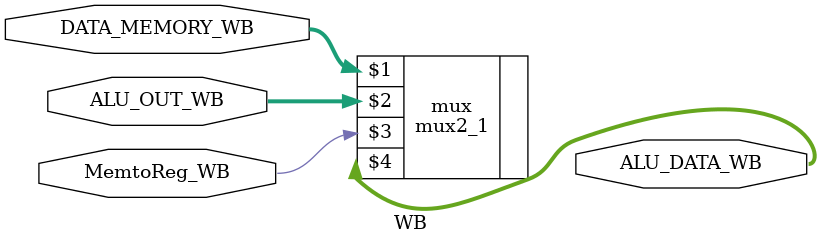
<source format=v>
`timescale 1ns / 1ps

module WB(
    input [31:0] DATA_MEMORY_WB,
    input [31:0] ALU_OUT_WB,
    input MemtoReg_WB,
    output [31:0] ALU_DATA_WB
    );
    mux2_1 mux(DATA_MEMORY_WB, ALU_OUT_WB, MemtoReg_WB, ALU_DATA_WB);
endmodule

</source>
